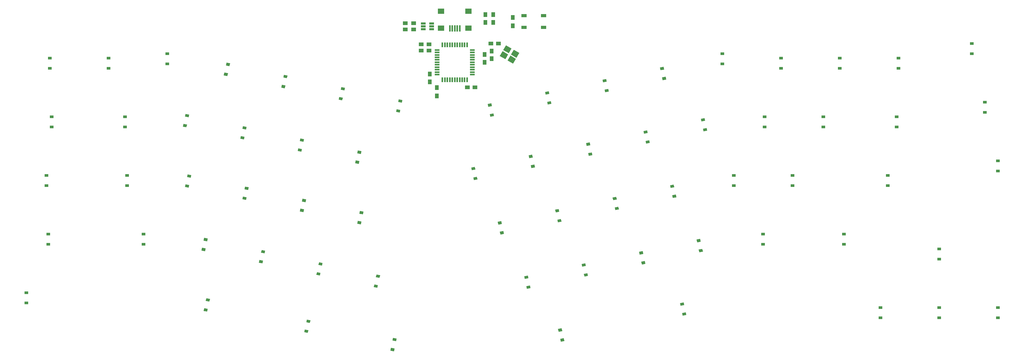
<source format=gbp>
G04 #@! TF.GenerationSoftware,KiCad,Pcbnew,(5.1.5)-3*
G04 #@! TF.CreationDate,2020-04-11T10:21:20+07:00*
G04 #@! TF.ProjectId,arisu,61726973-752e-46b6-9963-61645f706362,1.1*
G04 #@! TF.SameCoordinates,Original*
G04 #@! TF.FileFunction,Paste,Bot*
G04 #@! TF.FilePolarity,Positive*
%FSLAX46Y46*%
G04 Gerber Fmt 4.6, Leading zero omitted, Abs format (unit mm)*
G04 Created by KiCad (PCBNEW (5.1.5)-3) date 2020-04-11 10:21:20*
%MOMM*%
%LPD*%
G04 APERTURE LIST*
%ADD10R,2.000000X1.700000*%
%ADD11R,0.500000X2.000000*%
%ADD12R,1.250000X1.500000*%
%ADD13R,1.500000X1.250000*%
%ADD14R,1.200000X0.900000*%
%ADD15C,0.100000*%
%ADD16R,1.500000X1.300000*%
%ADD17R,1.300000X1.500000*%
%ADD18R,1.700000X1.000000*%
%ADD19R,1.560000X0.650000*%
%ADD20R,0.550000X1.500000*%
%ADD21R,1.500000X0.550000*%
G04 APERTURE END LIST*
D10*
X179964000Y-25598000D03*
X179964000Y-31048000D03*
X171064000Y-25598000D03*
X171064000Y-31048000D03*
D11*
X177114000Y-31148000D03*
X176314000Y-31148000D03*
X175514000Y-31148000D03*
X174714000Y-31148000D03*
X173914000Y-31148000D03*
D12*
X185166000Y-39644000D03*
X185166000Y-42144000D03*
X187452000Y-41001000D03*
X187452000Y-38501000D03*
X187960000Y-29190000D03*
X187960000Y-26690000D03*
X185420000Y-29190000D03*
X185420000Y-26690000D03*
D13*
X167132000Y-36322000D03*
X164632000Y-36322000D03*
X167132000Y-38354000D03*
X164632000Y-38354000D03*
X179598000Y-50292000D03*
X182098000Y-50292000D03*
D12*
X167386000Y-48494000D03*
X167386000Y-45994000D03*
D13*
X187198000Y-36068000D03*
X189698000Y-36068000D03*
D14*
X44115000Y-44145000D03*
X44115000Y-40845000D03*
X44715000Y-63195000D03*
X44715000Y-59895000D03*
X43031250Y-82245000D03*
X43031250Y-78945000D03*
X43618750Y-101295000D03*
X43618750Y-97995000D03*
X36485000Y-120345000D03*
X36485000Y-117045000D03*
X63165000Y-44145000D03*
X63165000Y-40845000D03*
X68525000Y-63195000D03*
X68525000Y-59895000D03*
X69225000Y-82245000D03*
X69225000Y-78945000D03*
X74575000Y-101295000D03*
X74575000Y-97995000D03*
X82215000Y-42644615D03*
X82215000Y-39344615D03*
D15*
G36*
X88466125Y-63295481D02*
G01*
X87292348Y-63045987D01*
X87479469Y-62165655D01*
X88653246Y-62415149D01*
X88466125Y-63295481D01*
G37*
G36*
X89152233Y-60067593D02*
G01*
X87978456Y-59818099D01*
X88165577Y-58937767D01*
X89339354Y-59187261D01*
X89152233Y-60067593D01*
G37*
G36*
X89163792Y-82919374D02*
G01*
X87990015Y-82669880D01*
X88177136Y-81789548D01*
X89350913Y-82039042D01*
X89163792Y-82919374D01*
G37*
G36*
X89849900Y-79691486D02*
G01*
X88676123Y-79441992D01*
X88863244Y-78561660D01*
X90037021Y-78811154D01*
X89849900Y-79691486D01*
G37*
G36*
X94519874Y-103533443D02*
G01*
X93346097Y-103283949D01*
X93533218Y-102403617D01*
X94706995Y-102653111D01*
X94519874Y-103533443D01*
G37*
G36*
X95205982Y-100305555D02*
G01*
X94032205Y-100056061D01*
X94219326Y-99175729D01*
X95393103Y-99425223D01*
X95205982Y-100305555D01*
G37*
G36*
X95217575Y-123157331D02*
G01*
X94043798Y-122907837D01*
X94230919Y-122027505D01*
X95404696Y-122276999D01*
X95217575Y-123157331D01*
G37*
G36*
X95903683Y-119929443D02*
G01*
X94729906Y-119679949D01*
X94917027Y-118799617D01*
X96090804Y-119049111D01*
X95903683Y-119929443D01*
G37*
G36*
X101743783Y-46642138D02*
G01*
X100570006Y-46392644D01*
X100757127Y-45512312D01*
X101930904Y-45761806D01*
X101743783Y-46642138D01*
G37*
G36*
X102429891Y-43414250D02*
G01*
X101256114Y-43164756D01*
X101443235Y-42284424D01*
X102617012Y-42533918D01*
X102429891Y-43414250D01*
G37*
G36*
X107099835Y-67256207D02*
G01*
X105926058Y-67006713D01*
X106113179Y-66126381D01*
X107286956Y-66375875D01*
X107099835Y-67256207D01*
G37*
G36*
X107785943Y-64028319D02*
G01*
X106612166Y-63778825D01*
X106799287Y-62898493D01*
X107973064Y-63147987D01*
X107785943Y-64028319D01*
G37*
G36*
X107797502Y-86880101D02*
G01*
X106623725Y-86630607D01*
X106810846Y-85750275D01*
X107984623Y-85999769D01*
X107797502Y-86880101D01*
G37*
G36*
X108483610Y-83652213D02*
G01*
X107309833Y-83402719D01*
X107496954Y-82522387D01*
X108670731Y-82771881D01*
X108483610Y-83652213D01*
G37*
G36*
X113153584Y-107494169D02*
G01*
X111979807Y-107244675D01*
X112166928Y-106364343D01*
X113340705Y-106613837D01*
X113153584Y-107494169D01*
G37*
G36*
X113839692Y-104266281D02*
G01*
X112665915Y-104016787D01*
X112853036Y-103136455D01*
X114026813Y-103385949D01*
X113839692Y-104266281D01*
G37*
G36*
X120377494Y-50602856D02*
G01*
X119203717Y-50353362D01*
X119390838Y-49473030D01*
X120564615Y-49722524D01*
X120377494Y-50602856D01*
G37*
G36*
X121063602Y-47374968D02*
G01*
X119889825Y-47125474D01*
X120076946Y-46245142D01*
X121250723Y-46494636D01*
X121063602Y-47374968D01*
G37*
G36*
X125733545Y-71216934D02*
G01*
X124559768Y-70967440D01*
X124746889Y-70087108D01*
X125920666Y-70336602D01*
X125733545Y-71216934D01*
G37*
G36*
X126419653Y-67989046D02*
G01*
X125245876Y-67739552D01*
X125432997Y-66859220D01*
X126606774Y-67108714D01*
X126419653Y-67989046D01*
G37*
G36*
X126431212Y-90840828D02*
G01*
X125257435Y-90591334D01*
X125444556Y-89711002D01*
X126618333Y-89960496D01*
X126431212Y-90840828D01*
G37*
G36*
X127117320Y-87612940D02*
G01*
X125943543Y-87363446D01*
X126130664Y-86483114D01*
X127304441Y-86732608D01*
X127117320Y-87612940D01*
G37*
G36*
X131787293Y-111454896D02*
G01*
X130613516Y-111205402D01*
X130800637Y-110325070D01*
X131974414Y-110574564D01*
X131787293Y-111454896D01*
G37*
G36*
X132473401Y-108227008D02*
G01*
X131299624Y-107977514D01*
X131486745Y-107097182D01*
X132660522Y-107346676D01*
X132473401Y-108227008D01*
G37*
G36*
X127826567Y-130088606D02*
G01*
X126652790Y-129839112D01*
X126839911Y-128958780D01*
X128013688Y-129208274D01*
X127826567Y-130088606D01*
G37*
G36*
X128512675Y-126860718D02*
G01*
X127338898Y-126611224D01*
X127526019Y-125730892D01*
X128699796Y-125980386D01*
X128512675Y-126860718D01*
G37*
G36*
X139011206Y-54563574D02*
G01*
X137837429Y-54314080D01*
X138024550Y-53433748D01*
X139198327Y-53683242D01*
X139011206Y-54563574D01*
G37*
G36*
X139697314Y-51335686D02*
G01*
X138523537Y-51086192D01*
X138710658Y-50205860D01*
X139884435Y-50455354D01*
X139697314Y-51335686D01*
G37*
G36*
X144367255Y-75177661D02*
G01*
X143193478Y-74928167D01*
X143380599Y-74047835D01*
X144554376Y-74297329D01*
X144367255Y-75177661D01*
G37*
G36*
X145053363Y-71949773D02*
G01*
X143879586Y-71700279D01*
X144066707Y-70819947D01*
X145240484Y-71069441D01*
X145053363Y-71949773D01*
G37*
G36*
X145064922Y-94801555D02*
G01*
X143891145Y-94552061D01*
X144078266Y-93671729D01*
X145252043Y-93921223D01*
X145064922Y-94801555D01*
G37*
G36*
X145751030Y-91573667D02*
G01*
X144577253Y-91324173D01*
X144764374Y-90443841D01*
X145938151Y-90693335D01*
X145751030Y-91573667D01*
G37*
G36*
X150421003Y-115415623D02*
G01*
X149247226Y-115166129D01*
X149434347Y-114285797D01*
X150608124Y-114535291D01*
X150421003Y-115415623D01*
G37*
G36*
X151107111Y-112187735D02*
G01*
X149933334Y-111938241D01*
X150120455Y-111057909D01*
X151294232Y-111307403D01*
X151107111Y-112187735D01*
G37*
G36*
X155777140Y-136029652D02*
G01*
X154603363Y-135780158D01*
X154790484Y-134899826D01*
X155964261Y-135149320D01*
X155777140Y-136029652D01*
G37*
G36*
X156463248Y-132801764D02*
G01*
X155289471Y-132552270D01*
X155476592Y-131671938D01*
X156650369Y-131921432D01*
X156463248Y-132801764D01*
G37*
G36*
X157644918Y-58524291D02*
G01*
X156471141Y-58274797D01*
X156658262Y-57394465D01*
X157832039Y-57643959D01*
X157644918Y-58524291D01*
G37*
G36*
X158331026Y-55296403D02*
G01*
X157157249Y-55046909D01*
X157344370Y-54166577D01*
X158518147Y-54416071D01*
X158331026Y-55296403D01*
G37*
G36*
X182886926Y-80228890D02*
G01*
X181713149Y-80478384D01*
X181526028Y-79598052D01*
X182699805Y-79348558D01*
X182886926Y-80228890D01*
G37*
G36*
X182200818Y-77001002D02*
G01*
X181027041Y-77250496D01*
X180839920Y-76370164D01*
X182013697Y-76120670D01*
X182200818Y-77001002D01*
G37*
G36*
X191506047Y-97872442D02*
G01*
X190332270Y-98121936D01*
X190145149Y-97241604D01*
X191318926Y-96992110D01*
X191506047Y-97872442D01*
G37*
G36*
X190819939Y-94644554D02*
G01*
X189646162Y-94894048D01*
X189459041Y-94013716D01*
X190632818Y-93764222D01*
X190819939Y-94644554D01*
G37*
G36*
X200125168Y-115515994D02*
G01*
X198951391Y-115765488D01*
X198764270Y-114885156D01*
X199938047Y-114635662D01*
X200125168Y-115515994D01*
G37*
G36*
X199439060Y-112288106D02*
G01*
X198265283Y-112537600D01*
X198078162Y-111657268D01*
X199251939Y-111407774D01*
X199439060Y-112288106D01*
G37*
G36*
X188243153Y-59614791D02*
G01*
X187069376Y-59864285D01*
X186882255Y-58983953D01*
X188056032Y-58734459D01*
X188243153Y-59614791D01*
G37*
G36*
X187557045Y-56386903D02*
G01*
X186383268Y-56636397D01*
X186196147Y-55756065D01*
X187369924Y-55506571D01*
X187557045Y-56386903D01*
G37*
G36*
X201520637Y-76268172D02*
G01*
X200346860Y-76517666D01*
X200159739Y-75637334D01*
X201333516Y-75387840D01*
X201520637Y-76268172D01*
G37*
G36*
X200834529Y-73040284D02*
G01*
X199660752Y-73289778D01*
X199473631Y-72409446D01*
X200647408Y-72159952D01*
X200834529Y-73040284D01*
G37*
G36*
X210139758Y-93911724D02*
G01*
X208965981Y-94161218D01*
X208778860Y-93280886D01*
X209952637Y-93031392D01*
X210139758Y-93911724D01*
G37*
G36*
X209453650Y-90683836D02*
G01*
X208279873Y-90933330D01*
X208092752Y-90052998D01*
X209266529Y-89803504D01*
X209453650Y-90683836D01*
G37*
G36*
X218758880Y-111555276D02*
G01*
X217585103Y-111804770D01*
X217397982Y-110924438D01*
X218571759Y-110674944D01*
X218758880Y-111555276D01*
G37*
G36*
X218072772Y-108327388D02*
G01*
X216898995Y-108576882D01*
X216711874Y-107696550D01*
X217885651Y-107447056D01*
X218072772Y-108327388D01*
G37*
G36*
X211073569Y-132664401D02*
G01*
X209899792Y-132913895D01*
X209712671Y-132033563D01*
X210886448Y-131784069D01*
X211073569Y-132664401D01*
G37*
G36*
X210387461Y-129436513D02*
G01*
X209213684Y-129686007D01*
X209026563Y-128805675D01*
X210200340Y-128556181D01*
X210387461Y-129436513D01*
G37*
G36*
X206876865Y-55654073D02*
G01*
X205703088Y-55903567D01*
X205515967Y-55023235D01*
X206689744Y-54773741D01*
X206876865Y-55654073D01*
G37*
G36*
X206190757Y-52426185D02*
G01*
X205016980Y-52675679D01*
X204829859Y-51795347D01*
X206003636Y-51545853D01*
X206190757Y-52426185D01*
G37*
G36*
X220154349Y-72307455D02*
G01*
X218980572Y-72556949D01*
X218793451Y-71676617D01*
X219967228Y-71427123D01*
X220154349Y-72307455D01*
G37*
G36*
X219468241Y-69079567D02*
G01*
X218294464Y-69329061D01*
X218107343Y-68448729D01*
X219281120Y-68199235D01*
X219468241Y-69079567D01*
G37*
G36*
X228773470Y-89951007D02*
G01*
X227599693Y-90200501D01*
X227412572Y-89320169D01*
X228586349Y-89070675D01*
X228773470Y-89951007D01*
G37*
G36*
X228087362Y-86723119D02*
G01*
X226913585Y-86972613D01*
X226726464Y-86092281D01*
X227900241Y-85842787D01*
X228087362Y-86723119D01*
G37*
G36*
X237392591Y-107594559D02*
G01*
X236218814Y-107844053D01*
X236031693Y-106963721D01*
X237205470Y-106714227D01*
X237392591Y-107594559D01*
G37*
G36*
X236706483Y-104366671D02*
G01*
X235532706Y-104616165D01*
X235345585Y-103735833D01*
X236519362Y-103486339D01*
X236706483Y-104366671D01*
G37*
G36*
X225510577Y-51693356D02*
G01*
X224336800Y-51942850D01*
X224149679Y-51062518D01*
X225323456Y-50813024D01*
X225510577Y-51693356D01*
G37*
G36*
X224824469Y-48465468D02*
G01*
X223650692Y-48714962D01*
X223463571Y-47834630D01*
X224637348Y-47585136D01*
X224824469Y-48465468D01*
G37*
G36*
X238788061Y-68346737D02*
G01*
X237614284Y-68596231D01*
X237427163Y-67715899D01*
X238600940Y-67466405D01*
X238788061Y-68346737D01*
G37*
G36*
X238101953Y-65118849D02*
G01*
X236928176Y-65368343D01*
X236741055Y-64488011D01*
X237914832Y-64238517D01*
X238101953Y-65118849D01*
G37*
G36*
X247407182Y-85990289D02*
G01*
X246233405Y-86239783D01*
X246046284Y-85359451D01*
X247220061Y-85109957D01*
X247407182Y-85990289D01*
G37*
G36*
X246721074Y-82762401D02*
G01*
X245547297Y-83011895D01*
X245360176Y-82131563D01*
X246533953Y-81882069D01*
X246721074Y-82762401D01*
G37*
G36*
X256026303Y-103633841D02*
G01*
X254852526Y-103883335D01*
X254665405Y-103003003D01*
X255839182Y-102753509D01*
X256026303Y-103633841D01*
G37*
G36*
X255340195Y-100405953D02*
G01*
X254166418Y-100655447D01*
X253979297Y-99775115D01*
X255153074Y-99525621D01*
X255340195Y-100405953D01*
G37*
G36*
X250670205Y-124247889D02*
G01*
X249496428Y-124497383D01*
X249309307Y-123617051D01*
X250483084Y-123367557D01*
X250670205Y-124247889D01*
G37*
G36*
X249984097Y-121020001D02*
G01*
X248810320Y-121269495D01*
X248623199Y-120389163D01*
X249796976Y-120139669D01*
X249984097Y-121020001D01*
G37*
G36*
X244144288Y-47732638D02*
G01*
X242970511Y-47982132D01*
X242783390Y-47101800D01*
X243957167Y-46852306D01*
X244144288Y-47732638D01*
G37*
G36*
X243458180Y-44504750D02*
G01*
X242284403Y-44754244D01*
X242097282Y-43873912D01*
X243271059Y-43624418D01*
X243458180Y-44504750D01*
G37*
G36*
X257421773Y-64386019D02*
G01*
X256247996Y-64635513D01*
X256060875Y-63755181D01*
X257234652Y-63505687D01*
X257421773Y-64386019D01*
G37*
G36*
X256735665Y-61158131D02*
G01*
X255561888Y-61407625D01*
X255374767Y-60527293D01*
X256548544Y-60277799D01*
X256735665Y-61158131D01*
G37*
D14*
X266025000Y-82245000D03*
X266025000Y-78945000D03*
X275550019Y-101294998D03*
X275550019Y-97994998D03*
X262345000Y-42644615D03*
X262345000Y-39344615D03*
X276035000Y-63195000D03*
X276035000Y-59895000D03*
X285075000Y-82245000D03*
X285075000Y-78945000D03*
X301743769Y-101294998D03*
X301743769Y-97994998D03*
X281395000Y-44145000D03*
X281395000Y-40845000D03*
X295085000Y-63195000D03*
X295085000Y-59895000D03*
X316031250Y-82245000D03*
X316031250Y-78945000D03*
X313649949Y-125107503D03*
X313649949Y-121807503D03*
X300445000Y-44145000D03*
X300445000Y-40845000D03*
X318905000Y-63195000D03*
X318905000Y-59895000D03*
X332699949Y-106057503D03*
X332699949Y-102757503D03*
X332699949Y-125107503D03*
X332699949Y-121807503D03*
X319495000Y-44145000D03*
X319495000Y-40845000D03*
X343307542Y-39382509D03*
X343307542Y-36082509D03*
X347480000Y-58432516D03*
X347480000Y-55132516D03*
X351749949Y-77482519D03*
X351749949Y-74182519D03*
X351749949Y-125107503D03*
X351749949Y-121807503D03*
D16*
X162132000Y-31496000D03*
X159432000Y-31496000D03*
X159432000Y-29464000D03*
X162132000Y-29464000D03*
D17*
X194310000Y-27606000D03*
X194310000Y-30306000D03*
X169672000Y-50386000D03*
X169672000Y-53086000D03*
D18*
X204318000Y-27056000D03*
X198018000Y-27056000D03*
X204318000Y-30856000D03*
X198018000Y-30856000D03*
D15*
G36*
X195359064Y-41047205D02*
G01*
X194459064Y-42606051D01*
X192640410Y-41556051D01*
X193540410Y-39997205D01*
X195359064Y-41047205D01*
G37*
G36*
X192847590Y-39597205D02*
G01*
X191947590Y-41156051D01*
X190128936Y-40106051D01*
X191028936Y-38547205D01*
X192847590Y-39597205D01*
G37*
G36*
X193947590Y-37691949D02*
G01*
X193047590Y-39250795D01*
X191228936Y-38200795D01*
X192128936Y-36641949D01*
X193947590Y-37691949D01*
G37*
G36*
X196459064Y-39141949D02*
G01*
X195559064Y-40700795D01*
X193740410Y-39650795D01*
X194640410Y-38091949D01*
X196459064Y-39141949D01*
G37*
D19*
X167974000Y-30480000D03*
X167974000Y-31430000D03*
X167974000Y-29530000D03*
X165274000Y-29530000D03*
X165274000Y-30480000D03*
X165274000Y-31430000D03*
D20*
X171514000Y-36464000D03*
X172314000Y-36464000D03*
X173114000Y-36464000D03*
X173914000Y-36464000D03*
X174714000Y-36464000D03*
X175514000Y-36464000D03*
X176314000Y-36464000D03*
X177114000Y-36464000D03*
X177914000Y-36464000D03*
X178714000Y-36464000D03*
X179514000Y-36464000D03*
D21*
X181214000Y-38164000D03*
X181214000Y-38964000D03*
X181214000Y-39764000D03*
X181214000Y-40564000D03*
X181214000Y-41364000D03*
X181214000Y-42164000D03*
X181214000Y-42964000D03*
X181214000Y-43764000D03*
X181214000Y-44564000D03*
X181214000Y-45364000D03*
X181214000Y-46164000D03*
D20*
X179514000Y-47864000D03*
X178714000Y-47864000D03*
X177914000Y-47864000D03*
X177114000Y-47864000D03*
X176314000Y-47864000D03*
X175514000Y-47864000D03*
X174714000Y-47864000D03*
X173914000Y-47864000D03*
X173114000Y-47864000D03*
X172314000Y-47864000D03*
X171514000Y-47864000D03*
D21*
X169814000Y-46164000D03*
X169814000Y-45364000D03*
X169814000Y-44564000D03*
X169814000Y-43764000D03*
X169814000Y-42964000D03*
X169814000Y-42164000D03*
X169814000Y-41364000D03*
X169814000Y-40564000D03*
X169814000Y-39764000D03*
X169814000Y-38964000D03*
X169814000Y-38164000D03*
M02*

</source>
